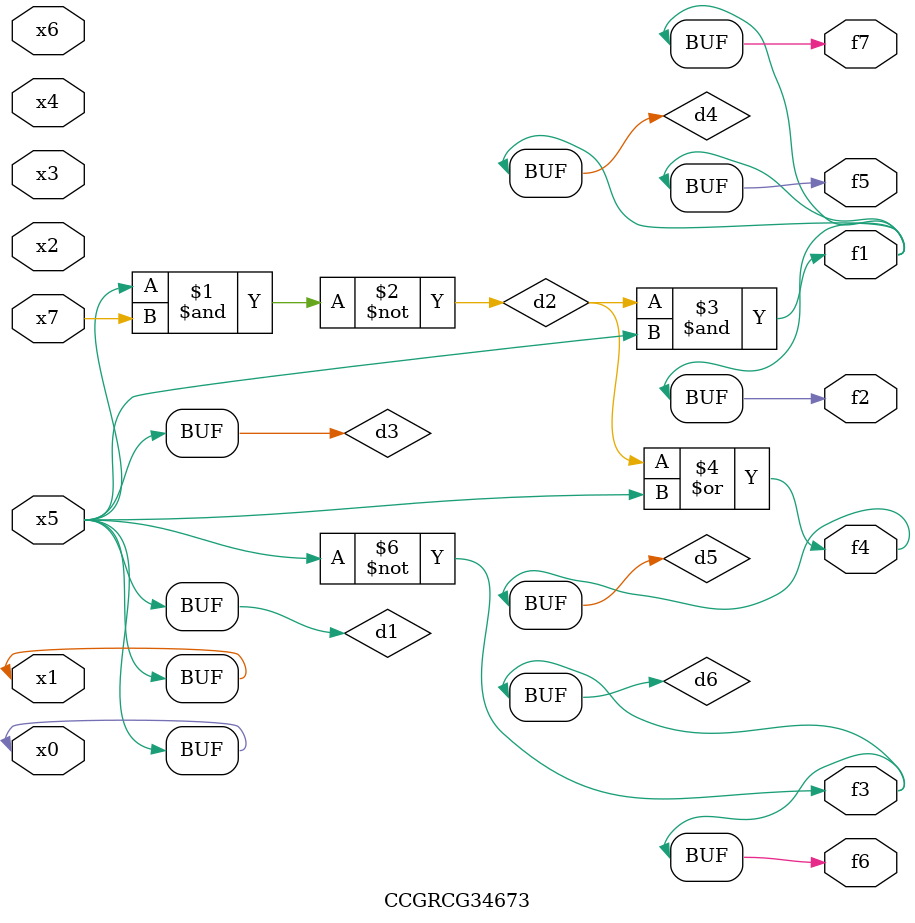
<source format=v>
module CCGRCG34673(
	input x0, x1, x2, x3, x4, x5, x6, x7,
	output f1, f2, f3, f4, f5, f6, f7
);

	wire d1, d2, d3, d4, d5, d6;

	buf (d1, x0, x5);
	nand (d2, x5, x7);
	buf (d3, x0, x1);
	and (d4, d2, d3);
	or (d5, d2, d3);
	nor (d6, d1, d3);
	assign f1 = d4;
	assign f2 = d4;
	assign f3 = d6;
	assign f4 = d5;
	assign f5 = d4;
	assign f6 = d6;
	assign f7 = d4;
endmodule

</source>
